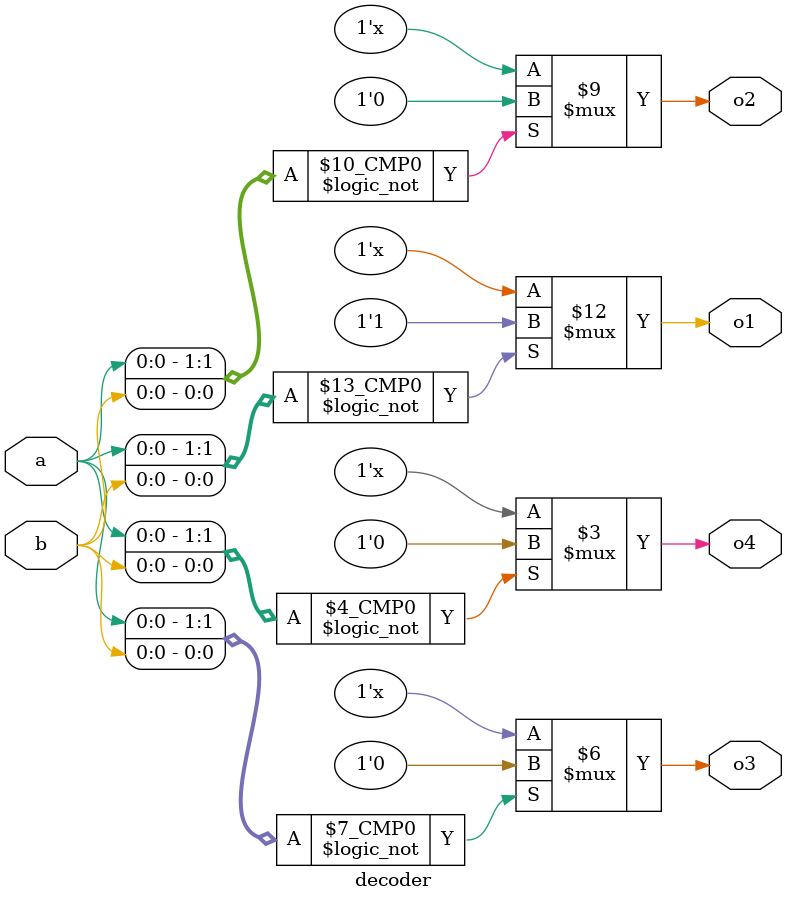
<source format=v>


module decoder(input a,b,output reg o1,o2,o3,o4);
always@* begin
case({a,b})
2'b00: begin o1=1;o2=0;o3=0;o4=0;end
2'b00: begin o1=0;o2=1;o3=0;o4=0;end
2'b00: begin o1=0;o2=0;o3=1;o4=0;end
2'b00: begin o1=0;o2=0;o3=0;o4=1;end
endcase
end
endmodule

</source>
